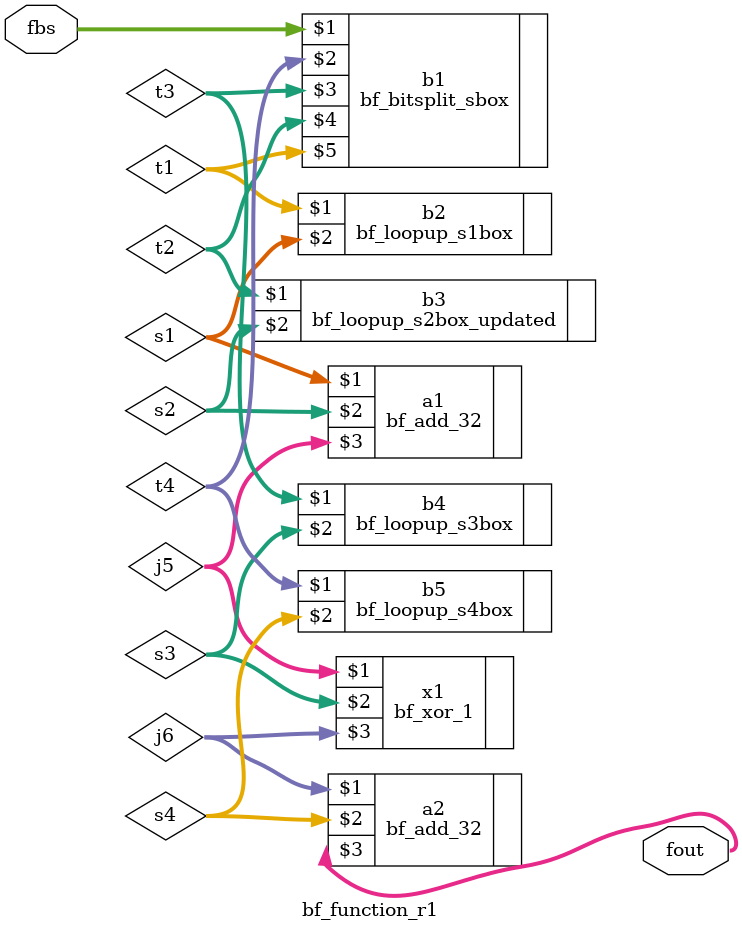
<source format=v>
module bf_function_r1(fbs,fout);
  input [31:0]fbs;
  output [31:0] fout;
wire  [31:0]s1,s2,s3,s4,s5,s6;
///output [31:0]y;
  wire [7:0]t1,t2,t3,t4;
  wire [31:0]j5,j6;
  bf_bitsplit_sbox b1(fbs,t4,t3,t2,t1); 
   bf_loopup_s1box b2(t1,s1);
   bf_loopup_s2box_updated b3(t2,s2);
   bf_loopup_s3box b4(t3,s3);
   bf_loopup_s4box b5(t4,s4);
   bf_add_32 a1(s1,s2,j5);
   bf_xor_1 x1(j5,s3,j6);
   bf_add_32 a2(j6,s4,fout);
endmodule
</source>
